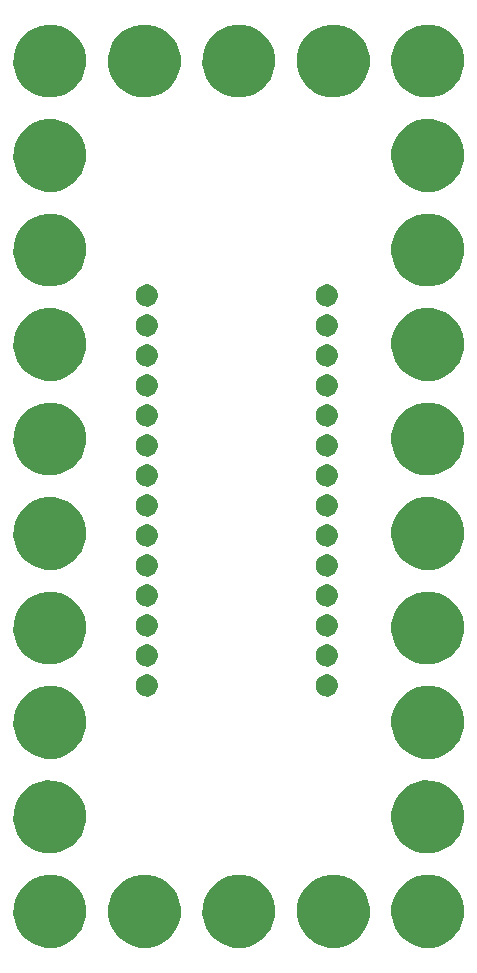
<source format=gbs>
%TF.GenerationSoftware,KiCad,Pcbnew,4.0.7-e2-6376~58~ubuntu16.04.1*%
%TF.CreationDate,2018-05-09T08:02:13-07:00*%
%TF.ProjectId,5x10-Teensy-LC-Breakout,357831302D5465656E73792D4C432D42,v1.4*%
%TF.FileFunction,Soldermask,Bot*%
%FSLAX46Y46*%
G04 Gerber Fmt 4.6, Leading zero omitted, Abs format (unit mm)*
G04 Created by KiCad (PCBNEW 4.0.7-e2-6376~58~ubuntu16.04.1) date Wed May  9 08:02:13 2018*
%MOMM*%
%LPD*%
G01*
G04 APERTURE LIST*
%ADD10C,0.350000*%
G04 APERTURE END LIST*
D10*
G36*
X40137070Y-131505207D02*
X40728015Y-131626511D01*
X41284158Y-131860292D01*
X41784294Y-132197638D01*
X42209381Y-132625703D01*
X42543226Y-133128181D01*
X42773116Y-133685936D01*
X42890224Y-134277374D01*
X42890224Y-134277384D01*
X42890291Y-134277723D01*
X42880670Y-134966776D01*
X42880593Y-134967114D01*
X42880593Y-134967122D01*
X42747017Y-135555061D01*
X42501645Y-136106176D01*
X42153897Y-136599138D01*
X41717022Y-137015169D01*
X41207660Y-137338421D01*
X40645214Y-137556579D01*
X40051107Y-137661336D01*
X39447963Y-137648702D01*
X38858760Y-137519157D01*
X38305942Y-137277637D01*
X37810567Y-136933342D01*
X37391497Y-136499383D01*
X37064698Y-135992290D01*
X36842616Y-135431374D01*
X36733715Y-134838018D01*
X36742137Y-134234801D01*
X36867566Y-133644707D01*
X37105219Y-133090218D01*
X37446051Y-132592448D01*
X37877072Y-132170360D01*
X38381873Y-131840028D01*
X38941219Y-131614037D01*
X39533805Y-131500996D01*
X40137070Y-131505207D01*
X40137070Y-131505207D01*
G37*
G36*
X32137070Y-131505207D02*
X32728015Y-131626511D01*
X33284158Y-131860292D01*
X33784294Y-132197638D01*
X34209381Y-132625703D01*
X34543226Y-133128181D01*
X34773116Y-133685936D01*
X34890224Y-134277374D01*
X34890224Y-134277384D01*
X34890291Y-134277723D01*
X34880670Y-134966776D01*
X34880593Y-134967114D01*
X34880593Y-134967122D01*
X34747017Y-135555061D01*
X34501645Y-136106176D01*
X34153897Y-136599138D01*
X33717022Y-137015169D01*
X33207660Y-137338421D01*
X32645214Y-137556579D01*
X32051107Y-137661336D01*
X31447963Y-137648702D01*
X30858760Y-137519157D01*
X30305942Y-137277637D01*
X29810567Y-136933342D01*
X29391497Y-136499383D01*
X29064698Y-135992290D01*
X28842616Y-135431374D01*
X28733715Y-134838018D01*
X28742137Y-134234801D01*
X28867566Y-133644707D01*
X29105219Y-133090218D01*
X29446051Y-132592448D01*
X29877072Y-132170360D01*
X30381873Y-131840028D01*
X30941219Y-131614037D01*
X31533805Y-131500996D01*
X32137070Y-131505207D01*
X32137070Y-131505207D01*
G37*
G36*
X24138070Y-131505207D02*
X24729015Y-131626511D01*
X25285158Y-131860292D01*
X25785294Y-132197638D01*
X26210381Y-132625703D01*
X26544226Y-133128181D01*
X26774116Y-133685936D01*
X26891224Y-134277374D01*
X26891224Y-134277384D01*
X26891291Y-134277723D01*
X26881670Y-134966776D01*
X26881593Y-134967114D01*
X26881593Y-134967122D01*
X26748017Y-135555061D01*
X26502645Y-136106176D01*
X26154897Y-136599138D01*
X25718022Y-137015169D01*
X25208660Y-137338421D01*
X24646214Y-137556579D01*
X24052107Y-137661336D01*
X23448963Y-137648702D01*
X22859760Y-137519157D01*
X22306942Y-137277637D01*
X21811567Y-136933342D01*
X21392497Y-136499383D01*
X21065698Y-135992290D01*
X20843616Y-135431374D01*
X20734715Y-134838018D01*
X20743137Y-134234801D01*
X20868566Y-133644707D01*
X21106219Y-133090218D01*
X21447051Y-132592448D01*
X21878072Y-132170360D01*
X22382873Y-131840028D01*
X22942219Y-131614037D01*
X23534805Y-131500996D01*
X24138070Y-131505207D01*
X24138070Y-131505207D01*
G37*
G36*
X48137070Y-131505207D02*
X48728015Y-131626511D01*
X49284158Y-131860292D01*
X49784294Y-132197638D01*
X50209381Y-132625703D01*
X50543226Y-133128181D01*
X50773116Y-133685936D01*
X50890224Y-134277374D01*
X50890224Y-134277384D01*
X50890291Y-134277723D01*
X50880670Y-134966776D01*
X50880593Y-134967114D01*
X50880593Y-134967122D01*
X50747017Y-135555061D01*
X50501645Y-136106176D01*
X50153897Y-136599138D01*
X49717022Y-137015169D01*
X49207660Y-137338421D01*
X48645214Y-137556579D01*
X48051107Y-137661336D01*
X47447963Y-137648702D01*
X46858760Y-137519157D01*
X46305942Y-137277637D01*
X45810567Y-136933342D01*
X45391497Y-136499383D01*
X45064698Y-135992290D01*
X44842616Y-135431374D01*
X44733715Y-134838018D01*
X44742137Y-134234801D01*
X44867566Y-133644707D01*
X45105219Y-133090218D01*
X45446051Y-132592448D01*
X45877072Y-132170360D01*
X46381873Y-131840028D01*
X46941219Y-131614037D01*
X47533805Y-131500996D01*
X48137070Y-131505207D01*
X48137070Y-131505207D01*
G37*
G36*
X56137070Y-131505207D02*
X56728015Y-131626511D01*
X57284158Y-131860292D01*
X57784294Y-132197638D01*
X58209381Y-132625703D01*
X58543226Y-133128181D01*
X58773116Y-133685936D01*
X58890224Y-134277374D01*
X58890224Y-134277384D01*
X58890291Y-134277723D01*
X58880670Y-134966776D01*
X58880593Y-134967114D01*
X58880593Y-134967122D01*
X58747017Y-135555061D01*
X58501645Y-136106176D01*
X58153897Y-136599138D01*
X57717022Y-137015169D01*
X57207660Y-137338421D01*
X56645214Y-137556579D01*
X56051107Y-137661336D01*
X55447963Y-137648702D01*
X54858760Y-137519157D01*
X54305942Y-137277637D01*
X53810567Y-136933342D01*
X53391497Y-136499383D01*
X53064698Y-135992290D01*
X52842616Y-135431374D01*
X52733715Y-134838018D01*
X52742137Y-134234801D01*
X52867566Y-133644707D01*
X53105219Y-133090218D01*
X53446051Y-132592448D01*
X53877072Y-132170360D01*
X54381873Y-131840028D01*
X54941219Y-131614037D01*
X55533805Y-131500996D01*
X56137070Y-131505207D01*
X56137070Y-131505207D01*
G37*
G36*
X24138070Y-123505207D02*
X24729015Y-123626511D01*
X25285158Y-123860292D01*
X25785294Y-124197638D01*
X26210381Y-124625703D01*
X26544226Y-125128181D01*
X26774116Y-125685936D01*
X26891224Y-126277374D01*
X26891224Y-126277384D01*
X26891291Y-126277723D01*
X26881670Y-126966776D01*
X26881593Y-126967114D01*
X26881593Y-126967122D01*
X26748017Y-127555061D01*
X26502645Y-128106176D01*
X26154897Y-128599138D01*
X25718022Y-129015169D01*
X25208660Y-129338421D01*
X24646214Y-129556579D01*
X24052107Y-129661336D01*
X23448963Y-129648702D01*
X22859760Y-129519157D01*
X22306942Y-129277637D01*
X21811567Y-128933342D01*
X21392497Y-128499383D01*
X21065698Y-127992290D01*
X20843616Y-127431374D01*
X20734715Y-126838018D01*
X20743137Y-126234801D01*
X20868566Y-125644707D01*
X21106219Y-125090218D01*
X21447051Y-124592448D01*
X21878072Y-124170360D01*
X22382873Y-123840028D01*
X22942219Y-123614037D01*
X23534805Y-123500996D01*
X24138070Y-123505207D01*
X24138070Y-123505207D01*
G37*
G36*
X56137070Y-123505207D02*
X56728015Y-123626511D01*
X57284158Y-123860292D01*
X57784294Y-124197638D01*
X58209381Y-124625703D01*
X58543226Y-125128181D01*
X58773116Y-125685936D01*
X58890224Y-126277374D01*
X58890224Y-126277384D01*
X58890291Y-126277723D01*
X58880670Y-126966776D01*
X58880593Y-126967114D01*
X58880593Y-126967122D01*
X58747017Y-127555061D01*
X58501645Y-128106176D01*
X58153897Y-128599138D01*
X57717022Y-129015169D01*
X57207660Y-129338421D01*
X56645214Y-129556579D01*
X56051107Y-129661336D01*
X55447963Y-129648702D01*
X54858760Y-129519157D01*
X54305942Y-129277637D01*
X53810567Y-128933342D01*
X53391497Y-128499383D01*
X53064698Y-127992290D01*
X52842616Y-127431374D01*
X52733715Y-126838018D01*
X52742137Y-126234801D01*
X52867566Y-125644707D01*
X53105219Y-125090218D01*
X53446051Y-124592448D01*
X53877072Y-124170360D01*
X54381873Y-123840028D01*
X54941219Y-123614037D01*
X55533805Y-123500996D01*
X56137070Y-123505207D01*
X56137070Y-123505207D01*
G37*
G36*
X24138070Y-115505207D02*
X24729015Y-115626511D01*
X25285158Y-115860292D01*
X25785294Y-116197638D01*
X26210381Y-116625703D01*
X26544226Y-117128181D01*
X26774116Y-117685936D01*
X26891224Y-118277374D01*
X26891224Y-118277384D01*
X26891291Y-118277723D01*
X26881670Y-118966776D01*
X26881593Y-118967114D01*
X26881593Y-118967122D01*
X26748017Y-119555061D01*
X26502645Y-120106176D01*
X26154897Y-120599138D01*
X25718022Y-121015169D01*
X25208660Y-121338421D01*
X24646214Y-121556579D01*
X24052107Y-121661336D01*
X23448963Y-121648702D01*
X22859760Y-121519157D01*
X22306942Y-121277637D01*
X21811567Y-120933342D01*
X21392497Y-120499383D01*
X21065698Y-119992290D01*
X20843616Y-119431374D01*
X20734715Y-118838018D01*
X20743137Y-118234801D01*
X20868566Y-117644707D01*
X21106219Y-117090218D01*
X21447051Y-116592448D01*
X21878072Y-116170360D01*
X22382873Y-115840028D01*
X22942219Y-115614037D01*
X23534805Y-115500996D01*
X24138070Y-115505207D01*
X24138070Y-115505207D01*
G37*
G36*
X56137070Y-115505207D02*
X56728015Y-115626511D01*
X57284158Y-115860292D01*
X57784294Y-116197638D01*
X58209381Y-116625703D01*
X58543226Y-117128181D01*
X58773116Y-117685936D01*
X58890224Y-118277374D01*
X58890224Y-118277384D01*
X58890291Y-118277723D01*
X58880670Y-118966776D01*
X58880593Y-118967114D01*
X58880593Y-118967122D01*
X58747017Y-119555061D01*
X58501645Y-120106176D01*
X58153897Y-120599138D01*
X57717022Y-121015169D01*
X57207660Y-121338421D01*
X56645214Y-121556579D01*
X56051107Y-121661336D01*
X55447963Y-121648702D01*
X54858760Y-121519157D01*
X54305942Y-121277637D01*
X53810567Y-120933342D01*
X53391497Y-120499383D01*
X53064698Y-119992290D01*
X52842616Y-119431374D01*
X52733715Y-118838018D01*
X52742137Y-118234801D01*
X52867566Y-117644707D01*
X53105219Y-117090218D01*
X53446051Y-116592448D01*
X53877072Y-116170360D01*
X54381873Y-115840028D01*
X54941219Y-115614037D01*
X55533805Y-115500996D01*
X56137070Y-115505207D01*
X56137070Y-115505207D01*
G37*
G36*
X47359675Y-114510684D02*
X47540208Y-114547743D01*
X47710118Y-114619166D01*
X47862909Y-114722226D01*
X47992781Y-114853006D01*
X48094770Y-115006513D01*
X48165003Y-115176911D01*
X48200732Y-115357359D01*
X48200732Y-115357364D01*
X48200800Y-115357708D01*
X48197861Y-115568218D01*
X48197784Y-115568556D01*
X48197784Y-115568566D01*
X48157030Y-115747946D01*
X48082068Y-115916312D01*
X47975828Y-116066916D01*
X47842359Y-116194017D01*
X47686744Y-116292774D01*
X47514914Y-116359422D01*
X47333412Y-116391426D01*
X47149146Y-116387566D01*
X46969139Y-116347989D01*
X46800248Y-116274203D01*
X46648910Y-116169020D01*
X46520881Y-116036442D01*
X46421041Y-115881521D01*
X46353192Y-115710153D01*
X46319923Y-115528883D01*
X46322495Y-115344596D01*
X46360816Y-115164316D01*
X46433419Y-114994917D01*
X46537547Y-114842844D01*
X46669226Y-114713893D01*
X46823447Y-114612974D01*
X46994332Y-114543932D01*
X47175369Y-114509398D01*
X47359675Y-114510684D01*
X47359675Y-114510684D01*
G37*
G36*
X32119675Y-114510684D02*
X32300208Y-114547743D01*
X32470118Y-114619166D01*
X32622909Y-114722226D01*
X32752781Y-114853006D01*
X32854770Y-115006513D01*
X32925003Y-115176911D01*
X32960732Y-115357359D01*
X32960732Y-115357364D01*
X32960800Y-115357708D01*
X32957861Y-115568218D01*
X32957784Y-115568556D01*
X32957784Y-115568566D01*
X32917030Y-115747946D01*
X32842068Y-115916312D01*
X32735828Y-116066916D01*
X32602359Y-116194017D01*
X32446744Y-116292774D01*
X32274914Y-116359422D01*
X32093412Y-116391426D01*
X31909146Y-116387566D01*
X31729139Y-116347989D01*
X31560248Y-116274203D01*
X31408910Y-116169020D01*
X31280881Y-116036442D01*
X31181041Y-115881521D01*
X31113192Y-115710153D01*
X31079923Y-115528883D01*
X31082495Y-115344596D01*
X31120816Y-115164316D01*
X31193419Y-114994917D01*
X31297547Y-114842844D01*
X31429226Y-114713893D01*
X31583447Y-114612974D01*
X31754332Y-114543932D01*
X31935369Y-114509398D01*
X32119675Y-114510684D01*
X32119675Y-114510684D01*
G37*
G36*
X32119675Y-111970684D02*
X32300208Y-112007743D01*
X32470118Y-112079166D01*
X32622909Y-112182226D01*
X32752781Y-112313006D01*
X32854770Y-112466513D01*
X32925003Y-112636911D01*
X32960732Y-112817359D01*
X32960732Y-112817364D01*
X32960800Y-112817708D01*
X32957861Y-113028218D01*
X32957784Y-113028556D01*
X32957784Y-113028566D01*
X32917030Y-113207946D01*
X32842068Y-113376312D01*
X32735828Y-113526916D01*
X32602359Y-113654017D01*
X32446744Y-113752774D01*
X32274914Y-113819422D01*
X32093412Y-113851426D01*
X31909146Y-113847566D01*
X31729139Y-113807989D01*
X31560248Y-113734203D01*
X31408910Y-113629020D01*
X31280881Y-113496442D01*
X31181041Y-113341521D01*
X31113192Y-113170153D01*
X31079923Y-112988883D01*
X31082495Y-112804596D01*
X31120816Y-112624316D01*
X31193419Y-112454917D01*
X31297547Y-112302844D01*
X31429226Y-112173893D01*
X31583447Y-112072974D01*
X31754332Y-112003932D01*
X31935369Y-111969398D01*
X32119675Y-111970684D01*
X32119675Y-111970684D01*
G37*
G36*
X47359675Y-111970684D02*
X47540208Y-112007743D01*
X47710118Y-112079166D01*
X47862909Y-112182226D01*
X47992781Y-112313006D01*
X48094770Y-112466513D01*
X48165003Y-112636911D01*
X48200732Y-112817359D01*
X48200732Y-112817364D01*
X48200800Y-112817708D01*
X48197861Y-113028218D01*
X48197784Y-113028556D01*
X48197784Y-113028566D01*
X48157030Y-113207946D01*
X48082068Y-113376312D01*
X47975828Y-113526916D01*
X47842359Y-113654017D01*
X47686744Y-113752774D01*
X47514914Y-113819422D01*
X47333412Y-113851426D01*
X47149146Y-113847566D01*
X46969139Y-113807989D01*
X46800248Y-113734203D01*
X46648910Y-113629020D01*
X46520881Y-113496442D01*
X46421041Y-113341521D01*
X46353192Y-113170153D01*
X46319923Y-112988883D01*
X46322495Y-112804596D01*
X46360816Y-112624316D01*
X46433419Y-112454917D01*
X46537547Y-112302844D01*
X46669226Y-112173893D01*
X46823447Y-112072974D01*
X46994332Y-112003932D01*
X47175369Y-111969398D01*
X47359675Y-111970684D01*
X47359675Y-111970684D01*
G37*
G36*
X24138070Y-107505207D02*
X24729015Y-107626511D01*
X25285158Y-107860292D01*
X25785294Y-108197638D01*
X26210381Y-108625703D01*
X26544226Y-109128181D01*
X26774116Y-109685936D01*
X26891224Y-110277374D01*
X26891224Y-110277384D01*
X26891291Y-110277723D01*
X26881670Y-110966776D01*
X26881593Y-110967114D01*
X26881593Y-110967122D01*
X26748017Y-111555061D01*
X26502645Y-112106176D01*
X26154897Y-112599138D01*
X25718022Y-113015169D01*
X25208660Y-113338421D01*
X24646214Y-113556579D01*
X24052107Y-113661336D01*
X23448963Y-113648702D01*
X22859760Y-113519157D01*
X22306942Y-113277637D01*
X21811567Y-112933342D01*
X21392497Y-112499383D01*
X21065698Y-111992290D01*
X20843616Y-111431374D01*
X20734715Y-110838018D01*
X20743137Y-110234801D01*
X20868566Y-109644707D01*
X21106219Y-109090218D01*
X21447051Y-108592448D01*
X21878072Y-108170360D01*
X22382873Y-107840028D01*
X22942219Y-107614037D01*
X23534805Y-107500996D01*
X24138070Y-107505207D01*
X24138070Y-107505207D01*
G37*
G36*
X56137070Y-107505207D02*
X56728015Y-107626511D01*
X57284158Y-107860292D01*
X57784294Y-108197638D01*
X58209381Y-108625703D01*
X58543226Y-109128181D01*
X58773116Y-109685936D01*
X58890224Y-110277374D01*
X58890224Y-110277384D01*
X58890291Y-110277723D01*
X58880670Y-110966776D01*
X58880593Y-110967114D01*
X58880593Y-110967122D01*
X58747017Y-111555061D01*
X58501645Y-112106176D01*
X58153897Y-112599138D01*
X57717022Y-113015169D01*
X57207660Y-113338421D01*
X56645214Y-113556579D01*
X56051107Y-113661336D01*
X55447963Y-113648702D01*
X54858760Y-113519157D01*
X54305942Y-113277637D01*
X53810567Y-112933342D01*
X53391497Y-112499383D01*
X53064698Y-111992290D01*
X52842616Y-111431374D01*
X52733715Y-110838018D01*
X52742137Y-110234801D01*
X52867566Y-109644707D01*
X53105219Y-109090218D01*
X53446051Y-108592448D01*
X53877072Y-108170360D01*
X54381873Y-107840028D01*
X54941219Y-107614037D01*
X55533805Y-107500996D01*
X56137070Y-107505207D01*
X56137070Y-107505207D01*
G37*
G36*
X32119675Y-109430684D02*
X32300208Y-109467743D01*
X32470118Y-109539166D01*
X32622909Y-109642226D01*
X32752781Y-109773006D01*
X32854770Y-109926513D01*
X32925003Y-110096911D01*
X32960732Y-110277359D01*
X32960732Y-110277364D01*
X32960800Y-110277708D01*
X32957861Y-110488218D01*
X32957784Y-110488556D01*
X32957784Y-110488566D01*
X32917030Y-110667946D01*
X32842068Y-110836312D01*
X32735828Y-110986916D01*
X32602359Y-111114017D01*
X32446744Y-111212774D01*
X32274914Y-111279422D01*
X32093412Y-111311426D01*
X31909146Y-111307566D01*
X31729139Y-111267989D01*
X31560248Y-111194203D01*
X31408910Y-111089020D01*
X31280881Y-110956442D01*
X31181041Y-110801521D01*
X31113192Y-110630153D01*
X31079923Y-110448883D01*
X31082495Y-110264596D01*
X31120816Y-110084316D01*
X31193419Y-109914917D01*
X31297547Y-109762844D01*
X31429226Y-109633893D01*
X31583447Y-109532974D01*
X31754332Y-109463932D01*
X31935369Y-109429398D01*
X32119675Y-109430684D01*
X32119675Y-109430684D01*
G37*
G36*
X47359675Y-109430684D02*
X47540208Y-109467743D01*
X47710118Y-109539166D01*
X47862909Y-109642226D01*
X47992781Y-109773006D01*
X48094770Y-109926513D01*
X48165003Y-110096911D01*
X48200732Y-110277359D01*
X48200732Y-110277364D01*
X48200800Y-110277708D01*
X48197861Y-110488218D01*
X48197784Y-110488556D01*
X48197784Y-110488566D01*
X48157030Y-110667946D01*
X48082068Y-110836312D01*
X47975828Y-110986916D01*
X47842359Y-111114017D01*
X47686744Y-111212774D01*
X47514914Y-111279422D01*
X47333412Y-111311426D01*
X47149146Y-111307566D01*
X46969139Y-111267989D01*
X46800248Y-111194203D01*
X46648910Y-111089020D01*
X46520881Y-110956442D01*
X46421041Y-110801521D01*
X46353192Y-110630153D01*
X46319923Y-110448883D01*
X46322495Y-110264596D01*
X46360816Y-110084316D01*
X46433419Y-109914917D01*
X46537547Y-109762844D01*
X46669226Y-109633893D01*
X46823447Y-109532974D01*
X46994332Y-109463932D01*
X47175369Y-109429398D01*
X47359675Y-109430684D01*
X47359675Y-109430684D01*
G37*
G36*
X32119675Y-106890684D02*
X32300208Y-106927743D01*
X32470118Y-106999166D01*
X32622909Y-107102226D01*
X32752781Y-107233006D01*
X32854770Y-107386513D01*
X32925003Y-107556911D01*
X32960732Y-107737359D01*
X32960732Y-107737364D01*
X32960800Y-107737708D01*
X32957861Y-107948218D01*
X32957784Y-107948556D01*
X32957784Y-107948566D01*
X32917030Y-108127946D01*
X32842068Y-108296312D01*
X32735828Y-108446916D01*
X32602359Y-108574017D01*
X32446744Y-108672774D01*
X32274914Y-108739422D01*
X32093412Y-108771426D01*
X31909146Y-108767566D01*
X31729139Y-108727989D01*
X31560248Y-108654203D01*
X31408910Y-108549020D01*
X31280881Y-108416442D01*
X31181041Y-108261521D01*
X31113192Y-108090153D01*
X31079923Y-107908883D01*
X31082495Y-107724596D01*
X31120816Y-107544316D01*
X31193419Y-107374917D01*
X31297547Y-107222844D01*
X31429226Y-107093893D01*
X31583447Y-106992974D01*
X31754332Y-106923932D01*
X31935369Y-106889398D01*
X32119675Y-106890684D01*
X32119675Y-106890684D01*
G37*
G36*
X47359675Y-106890684D02*
X47540208Y-106927743D01*
X47710118Y-106999166D01*
X47862909Y-107102226D01*
X47992781Y-107233006D01*
X48094770Y-107386513D01*
X48165003Y-107556911D01*
X48200732Y-107737359D01*
X48200732Y-107737364D01*
X48200800Y-107737708D01*
X48197861Y-107948218D01*
X48197784Y-107948556D01*
X48197784Y-107948566D01*
X48157030Y-108127946D01*
X48082068Y-108296312D01*
X47975828Y-108446916D01*
X47842359Y-108574017D01*
X47686744Y-108672774D01*
X47514914Y-108739422D01*
X47333412Y-108771426D01*
X47149146Y-108767566D01*
X46969139Y-108727989D01*
X46800248Y-108654203D01*
X46648910Y-108549020D01*
X46520881Y-108416442D01*
X46421041Y-108261521D01*
X46353192Y-108090153D01*
X46319923Y-107908883D01*
X46322495Y-107724596D01*
X46360816Y-107544316D01*
X46433419Y-107374917D01*
X46537547Y-107222844D01*
X46669226Y-107093893D01*
X46823447Y-106992974D01*
X46994332Y-106923932D01*
X47175369Y-106889398D01*
X47359675Y-106890684D01*
X47359675Y-106890684D01*
G37*
G36*
X47359675Y-104350684D02*
X47540208Y-104387743D01*
X47710118Y-104459166D01*
X47862909Y-104562226D01*
X47992781Y-104693006D01*
X48094770Y-104846513D01*
X48165003Y-105016911D01*
X48200732Y-105197359D01*
X48200732Y-105197364D01*
X48200800Y-105197708D01*
X48197861Y-105408218D01*
X48197784Y-105408556D01*
X48197784Y-105408566D01*
X48157030Y-105587946D01*
X48082068Y-105756312D01*
X47975828Y-105906916D01*
X47842359Y-106034017D01*
X47686744Y-106132774D01*
X47514914Y-106199422D01*
X47333412Y-106231426D01*
X47149146Y-106227566D01*
X46969139Y-106187989D01*
X46800248Y-106114203D01*
X46648910Y-106009020D01*
X46520881Y-105876442D01*
X46421041Y-105721521D01*
X46353192Y-105550153D01*
X46319923Y-105368883D01*
X46322495Y-105184596D01*
X46360816Y-105004316D01*
X46433419Y-104834917D01*
X46537547Y-104682844D01*
X46669226Y-104553893D01*
X46823447Y-104452974D01*
X46994332Y-104383932D01*
X47175369Y-104349398D01*
X47359675Y-104350684D01*
X47359675Y-104350684D01*
G37*
G36*
X32119675Y-104350684D02*
X32300208Y-104387743D01*
X32470118Y-104459166D01*
X32622909Y-104562226D01*
X32752781Y-104693006D01*
X32854770Y-104846513D01*
X32925003Y-105016911D01*
X32960732Y-105197359D01*
X32960732Y-105197364D01*
X32960800Y-105197708D01*
X32957861Y-105408218D01*
X32957784Y-105408556D01*
X32957784Y-105408566D01*
X32917030Y-105587946D01*
X32842068Y-105756312D01*
X32735828Y-105906916D01*
X32602359Y-106034017D01*
X32446744Y-106132774D01*
X32274914Y-106199422D01*
X32093412Y-106231426D01*
X31909146Y-106227566D01*
X31729139Y-106187989D01*
X31560248Y-106114203D01*
X31408910Y-106009020D01*
X31280881Y-105876442D01*
X31181041Y-105721521D01*
X31113192Y-105550153D01*
X31079923Y-105368883D01*
X31082495Y-105184596D01*
X31120816Y-105004316D01*
X31193419Y-104834917D01*
X31297547Y-104682844D01*
X31429226Y-104553893D01*
X31583447Y-104452974D01*
X31754332Y-104383932D01*
X31935369Y-104349398D01*
X32119675Y-104350684D01*
X32119675Y-104350684D01*
G37*
G36*
X24138070Y-99505207D02*
X24729015Y-99626511D01*
X25285158Y-99860292D01*
X25785294Y-100197638D01*
X26210381Y-100625703D01*
X26544226Y-101128181D01*
X26774116Y-101685936D01*
X26891224Y-102277374D01*
X26891224Y-102277384D01*
X26891291Y-102277723D01*
X26881670Y-102966776D01*
X26881593Y-102967114D01*
X26881593Y-102967122D01*
X26748017Y-103555061D01*
X26502645Y-104106176D01*
X26154897Y-104599138D01*
X25718022Y-105015169D01*
X25208660Y-105338421D01*
X24646214Y-105556579D01*
X24052107Y-105661336D01*
X23448963Y-105648702D01*
X22859760Y-105519157D01*
X22306942Y-105277637D01*
X21811567Y-104933342D01*
X21392497Y-104499383D01*
X21065698Y-103992290D01*
X20843616Y-103431374D01*
X20734715Y-102838018D01*
X20743137Y-102234801D01*
X20868566Y-101644707D01*
X21106219Y-101090218D01*
X21447051Y-100592448D01*
X21878072Y-100170360D01*
X22382873Y-99840028D01*
X22942219Y-99614037D01*
X23534805Y-99500996D01*
X24138070Y-99505207D01*
X24138070Y-99505207D01*
G37*
G36*
X56137070Y-99505207D02*
X56728015Y-99626511D01*
X57284158Y-99860292D01*
X57784294Y-100197638D01*
X58209381Y-100625703D01*
X58543226Y-101128181D01*
X58773116Y-101685936D01*
X58890224Y-102277374D01*
X58890224Y-102277384D01*
X58890291Y-102277723D01*
X58880670Y-102966776D01*
X58880593Y-102967114D01*
X58880593Y-102967122D01*
X58747017Y-103555061D01*
X58501645Y-104106176D01*
X58153897Y-104599138D01*
X57717022Y-105015169D01*
X57207660Y-105338421D01*
X56645214Y-105556579D01*
X56051107Y-105661336D01*
X55447963Y-105648702D01*
X54858760Y-105519157D01*
X54305942Y-105277637D01*
X53810567Y-104933342D01*
X53391497Y-104499383D01*
X53064698Y-103992290D01*
X52842616Y-103431374D01*
X52733715Y-102838018D01*
X52742137Y-102234801D01*
X52867566Y-101644707D01*
X53105219Y-101090218D01*
X53446051Y-100592448D01*
X53877072Y-100170360D01*
X54381873Y-99840028D01*
X54941219Y-99614037D01*
X55533805Y-99500996D01*
X56137070Y-99505207D01*
X56137070Y-99505207D01*
G37*
G36*
X47359675Y-101810684D02*
X47540208Y-101847743D01*
X47710118Y-101919166D01*
X47862909Y-102022226D01*
X47992781Y-102153006D01*
X48094770Y-102306513D01*
X48165003Y-102476911D01*
X48200732Y-102657359D01*
X48200732Y-102657364D01*
X48200800Y-102657708D01*
X48197861Y-102868218D01*
X48197784Y-102868556D01*
X48197784Y-102868566D01*
X48157030Y-103047946D01*
X48082068Y-103216312D01*
X47975828Y-103366916D01*
X47842359Y-103494017D01*
X47686744Y-103592774D01*
X47514914Y-103659422D01*
X47333412Y-103691426D01*
X47149146Y-103687566D01*
X46969139Y-103647989D01*
X46800248Y-103574203D01*
X46648910Y-103469020D01*
X46520881Y-103336442D01*
X46421041Y-103181521D01*
X46353192Y-103010153D01*
X46319923Y-102828883D01*
X46322495Y-102644596D01*
X46360816Y-102464316D01*
X46433419Y-102294917D01*
X46537547Y-102142844D01*
X46669226Y-102013893D01*
X46823447Y-101912974D01*
X46994332Y-101843932D01*
X47175369Y-101809398D01*
X47359675Y-101810684D01*
X47359675Y-101810684D01*
G37*
G36*
X32119675Y-101810684D02*
X32300208Y-101847743D01*
X32470118Y-101919166D01*
X32622909Y-102022226D01*
X32752781Y-102153006D01*
X32854770Y-102306513D01*
X32925003Y-102476911D01*
X32960732Y-102657359D01*
X32960732Y-102657364D01*
X32960800Y-102657708D01*
X32957861Y-102868218D01*
X32957784Y-102868556D01*
X32957784Y-102868566D01*
X32917030Y-103047946D01*
X32842068Y-103216312D01*
X32735828Y-103366916D01*
X32602359Y-103494017D01*
X32446744Y-103592774D01*
X32274914Y-103659422D01*
X32093412Y-103691426D01*
X31909146Y-103687566D01*
X31729139Y-103647989D01*
X31560248Y-103574203D01*
X31408910Y-103469020D01*
X31280881Y-103336442D01*
X31181041Y-103181521D01*
X31113192Y-103010153D01*
X31079923Y-102828883D01*
X31082495Y-102644596D01*
X31120816Y-102464316D01*
X31193419Y-102294917D01*
X31297547Y-102142844D01*
X31429226Y-102013893D01*
X31583447Y-101912974D01*
X31754332Y-101843932D01*
X31935369Y-101809398D01*
X32119675Y-101810684D01*
X32119675Y-101810684D01*
G37*
G36*
X32119675Y-99270684D02*
X32300208Y-99307743D01*
X32470118Y-99379166D01*
X32622909Y-99482226D01*
X32752781Y-99613006D01*
X32854770Y-99766513D01*
X32925003Y-99936911D01*
X32960732Y-100117359D01*
X32960732Y-100117364D01*
X32960800Y-100117708D01*
X32957861Y-100328218D01*
X32957784Y-100328556D01*
X32957784Y-100328566D01*
X32917030Y-100507946D01*
X32842068Y-100676312D01*
X32735828Y-100826916D01*
X32602359Y-100954017D01*
X32446744Y-101052774D01*
X32274914Y-101119422D01*
X32093412Y-101151426D01*
X31909146Y-101147566D01*
X31729139Y-101107989D01*
X31560248Y-101034203D01*
X31408910Y-100929020D01*
X31280881Y-100796442D01*
X31181041Y-100641521D01*
X31113192Y-100470153D01*
X31079923Y-100288883D01*
X31082495Y-100104596D01*
X31120816Y-99924316D01*
X31193419Y-99754917D01*
X31297547Y-99602844D01*
X31429226Y-99473893D01*
X31583447Y-99372974D01*
X31754332Y-99303932D01*
X31935369Y-99269398D01*
X32119675Y-99270684D01*
X32119675Y-99270684D01*
G37*
G36*
X47359675Y-99270684D02*
X47540208Y-99307743D01*
X47710118Y-99379166D01*
X47862909Y-99482226D01*
X47992781Y-99613006D01*
X48094770Y-99766513D01*
X48165003Y-99936911D01*
X48200732Y-100117359D01*
X48200732Y-100117364D01*
X48200800Y-100117708D01*
X48197861Y-100328218D01*
X48197784Y-100328556D01*
X48197784Y-100328566D01*
X48157030Y-100507946D01*
X48082068Y-100676312D01*
X47975828Y-100826916D01*
X47842359Y-100954017D01*
X47686744Y-101052774D01*
X47514914Y-101119422D01*
X47333412Y-101151426D01*
X47149146Y-101147566D01*
X46969139Y-101107989D01*
X46800248Y-101034203D01*
X46648910Y-100929020D01*
X46520881Y-100796442D01*
X46421041Y-100641521D01*
X46353192Y-100470153D01*
X46319923Y-100288883D01*
X46322495Y-100104596D01*
X46360816Y-99924316D01*
X46433419Y-99754917D01*
X46537547Y-99602844D01*
X46669226Y-99473893D01*
X46823447Y-99372974D01*
X46994332Y-99303932D01*
X47175369Y-99269398D01*
X47359675Y-99270684D01*
X47359675Y-99270684D01*
G37*
G36*
X32119675Y-96730684D02*
X32300208Y-96767743D01*
X32470118Y-96839166D01*
X32622909Y-96942226D01*
X32752781Y-97073006D01*
X32854770Y-97226513D01*
X32925003Y-97396911D01*
X32960732Y-97577359D01*
X32960732Y-97577364D01*
X32960800Y-97577708D01*
X32957861Y-97788218D01*
X32957784Y-97788556D01*
X32957784Y-97788566D01*
X32917030Y-97967946D01*
X32842068Y-98136312D01*
X32735828Y-98286916D01*
X32602359Y-98414017D01*
X32446744Y-98512774D01*
X32274914Y-98579422D01*
X32093412Y-98611426D01*
X31909146Y-98607566D01*
X31729139Y-98567989D01*
X31560248Y-98494203D01*
X31408910Y-98389020D01*
X31280881Y-98256442D01*
X31181041Y-98101521D01*
X31113192Y-97930153D01*
X31079923Y-97748883D01*
X31082495Y-97564596D01*
X31120816Y-97384316D01*
X31193419Y-97214917D01*
X31297547Y-97062844D01*
X31429226Y-96933893D01*
X31583447Y-96832974D01*
X31754332Y-96763932D01*
X31935369Y-96729398D01*
X32119675Y-96730684D01*
X32119675Y-96730684D01*
G37*
G36*
X47359675Y-96730684D02*
X47540208Y-96767743D01*
X47710118Y-96839166D01*
X47862909Y-96942226D01*
X47992781Y-97073006D01*
X48094770Y-97226513D01*
X48165003Y-97396911D01*
X48200732Y-97577359D01*
X48200732Y-97577364D01*
X48200800Y-97577708D01*
X48197861Y-97788218D01*
X48197784Y-97788556D01*
X48197784Y-97788566D01*
X48157030Y-97967946D01*
X48082068Y-98136312D01*
X47975828Y-98286916D01*
X47842359Y-98414017D01*
X47686744Y-98512774D01*
X47514914Y-98579422D01*
X47333412Y-98611426D01*
X47149146Y-98607566D01*
X46969139Y-98567989D01*
X46800248Y-98494203D01*
X46648910Y-98389020D01*
X46520881Y-98256442D01*
X46421041Y-98101521D01*
X46353192Y-97930153D01*
X46319923Y-97748883D01*
X46322495Y-97564596D01*
X46360816Y-97384316D01*
X46433419Y-97214917D01*
X46537547Y-97062844D01*
X46669226Y-96933893D01*
X46823447Y-96832974D01*
X46994332Y-96763932D01*
X47175369Y-96729398D01*
X47359675Y-96730684D01*
X47359675Y-96730684D01*
G37*
G36*
X56137070Y-91505207D02*
X56728015Y-91626511D01*
X57284158Y-91860292D01*
X57784294Y-92197638D01*
X58209381Y-92625703D01*
X58543226Y-93128181D01*
X58773116Y-93685936D01*
X58890224Y-94277374D01*
X58890224Y-94277384D01*
X58890291Y-94277723D01*
X58880670Y-94966776D01*
X58880593Y-94967114D01*
X58880593Y-94967122D01*
X58747017Y-95555061D01*
X58501645Y-96106176D01*
X58153897Y-96599138D01*
X57717022Y-97015169D01*
X57207660Y-97338421D01*
X56645214Y-97556579D01*
X56051107Y-97661336D01*
X55447963Y-97648702D01*
X54858760Y-97519157D01*
X54305942Y-97277637D01*
X53810567Y-96933342D01*
X53391497Y-96499383D01*
X53064698Y-95992290D01*
X52842616Y-95431374D01*
X52733715Y-94838018D01*
X52742137Y-94234801D01*
X52867566Y-93644707D01*
X53105219Y-93090218D01*
X53446051Y-92592448D01*
X53877072Y-92170360D01*
X54381873Y-91840028D01*
X54941219Y-91614037D01*
X55533805Y-91500996D01*
X56137070Y-91505207D01*
X56137070Y-91505207D01*
G37*
G36*
X24137070Y-91505207D02*
X24728015Y-91626511D01*
X25284158Y-91860292D01*
X25784294Y-92197638D01*
X26209381Y-92625703D01*
X26543226Y-93128181D01*
X26773116Y-93685936D01*
X26890224Y-94277374D01*
X26890224Y-94277384D01*
X26890291Y-94277723D01*
X26880670Y-94966776D01*
X26880593Y-94967114D01*
X26880593Y-94967122D01*
X26747017Y-95555061D01*
X26501645Y-96106176D01*
X26153897Y-96599138D01*
X25717022Y-97015169D01*
X25207660Y-97338421D01*
X24645214Y-97556579D01*
X24051107Y-97661336D01*
X23447963Y-97648702D01*
X22858760Y-97519157D01*
X22305942Y-97277637D01*
X21810567Y-96933342D01*
X21391497Y-96499383D01*
X21064698Y-95992290D01*
X20842616Y-95431374D01*
X20733715Y-94838018D01*
X20742137Y-94234801D01*
X20867566Y-93644707D01*
X21105219Y-93090218D01*
X21446051Y-92592448D01*
X21877072Y-92170360D01*
X22381873Y-91840028D01*
X22941219Y-91614037D01*
X23533805Y-91500996D01*
X24137070Y-91505207D01*
X24137070Y-91505207D01*
G37*
G36*
X47359675Y-94190684D02*
X47540208Y-94227743D01*
X47710118Y-94299166D01*
X47862909Y-94402226D01*
X47992781Y-94533006D01*
X48094770Y-94686513D01*
X48165003Y-94856911D01*
X48200732Y-95037359D01*
X48200732Y-95037364D01*
X48200800Y-95037708D01*
X48197861Y-95248218D01*
X48197784Y-95248556D01*
X48197784Y-95248566D01*
X48157030Y-95427946D01*
X48082068Y-95596312D01*
X47975828Y-95746916D01*
X47842359Y-95874017D01*
X47686744Y-95972774D01*
X47514914Y-96039422D01*
X47333412Y-96071426D01*
X47149146Y-96067566D01*
X46969139Y-96027989D01*
X46800248Y-95954203D01*
X46648910Y-95849020D01*
X46520881Y-95716442D01*
X46421041Y-95561521D01*
X46353192Y-95390153D01*
X46319923Y-95208883D01*
X46322495Y-95024596D01*
X46360816Y-94844316D01*
X46433419Y-94674917D01*
X46537547Y-94522844D01*
X46669226Y-94393893D01*
X46823447Y-94292974D01*
X46994332Y-94223932D01*
X47175369Y-94189398D01*
X47359675Y-94190684D01*
X47359675Y-94190684D01*
G37*
G36*
X32119675Y-94190684D02*
X32300208Y-94227743D01*
X32470118Y-94299166D01*
X32622909Y-94402226D01*
X32752781Y-94533006D01*
X32854770Y-94686513D01*
X32925003Y-94856911D01*
X32960732Y-95037359D01*
X32960732Y-95037364D01*
X32960800Y-95037708D01*
X32957861Y-95248218D01*
X32957784Y-95248556D01*
X32957784Y-95248566D01*
X32917030Y-95427946D01*
X32842068Y-95596312D01*
X32735828Y-95746916D01*
X32602359Y-95874017D01*
X32446744Y-95972774D01*
X32274914Y-96039422D01*
X32093412Y-96071426D01*
X31909146Y-96067566D01*
X31729139Y-96027989D01*
X31560248Y-95954203D01*
X31408910Y-95849020D01*
X31280881Y-95716442D01*
X31181041Y-95561521D01*
X31113192Y-95390153D01*
X31079923Y-95208883D01*
X31082495Y-95024596D01*
X31120816Y-94844316D01*
X31193419Y-94674917D01*
X31297547Y-94522844D01*
X31429226Y-94393893D01*
X31583447Y-94292974D01*
X31754332Y-94223932D01*
X31935369Y-94189398D01*
X32119675Y-94190684D01*
X32119675Y-94190684D01*
G37*
G36*
X32119675Y-91650684D02*
X32300208Y-91687743D01*
X32470118Y-91759166D01*
X32622909Y-91862226D01*
X32752781Y-91993006D01*
X32854770Y-92146513D01*
X32925003Y-92316911D01*
X32960732Y-92497359D01*
X32960732Y-92497364D01*
X32960800Y-92497708D01*
X32957861Y-92708218D01*
X32957784Y-92708556D01*
X32957784Y-92708566D01*
X32917030Y-92887946D01*
X32842068Y-93056312D01*
X32735828Y-93206916D01*
X32602359Y-93334017D01*
X32446744Y-93432774D01*
X32274914Y-93499422D01*
X32093412Y-93531426D01*
X31909146Y-93527566D01*
X31729139Y-93487989D01*
X31560248Y-93414203D01*
X31408910Y-93309020D01*
X31280881Y-93176442D01*
X31181041Y-93021521D01*
X31113192Y-92850153D01*
X31079923Y-92668883D01*
X31082495Y-92484596D01*
X31120816Y-92304316D01*
X31193419Y-92134917D01*
X31297547Y-91982844D01*
X31429226Y-91853893D01*
X31583447Y-91752974D01*
X31754332Y-91683932D01*
X31935369Y-91649398D01*
X32119675Y-91650684D01*
X32119675Y-91650684D01*
G37*
G36*
X47359675Y-91650684D02*
X47540208Y-91687743D01*
X47710118Y-91759166D01*
X47862909Y-91862226D01*
X47992781Y-91993006D01*
X48094770Y-92146513D01*
X48165003Y-92316911D01*
X48200732Y-92497359D01*
X48200732Y-92497364D01*
X48200800Y-92497708D01*
X48197861Y-92708218D01*
X48197784Y-92708556D01*
X48197784Y-92708566D01*
X48157030Y-92887946D01*
X48082068Y-93056312D01*
X47975828Y-93206916D01*
X47842359Y-93334017D01*
X47686744Y-93432774D01*
X47514914Y-93499422D01*
X47333412Y-93531426D01*
X47149146Y-93527566D01*
X46969139Y-93487989D01*
X46800248Y-93414203D01*
X46648910Y-93309020D01*
X46520881Y-93176442D01*
X46421041Y-93021521D01*
X46353192Y-92850153D01*
X46319923Y-92668883D01*
X46322495Y-92484596D01*
X46360816Y-92304316D01*
X46433419Y-92134917D01*
X46537547Y-91982844D01*
X46669226Y-91853893D01*
X46823447Y-91752974D01*
X46994332Y-91683932D01*
X47175369Y-91649398D01*
X47359675Y-91650684D01*
X47359675Y-91650684D01*
G37*
G36*
X47359675Y-89110684D02*
X47540208Y-89147743D01*
X47710118Y-89219166D01*
X47862909Y-89322226D01*
X47992781Y-89453006D01*
X48094770Y-89606513D01*
X48165003Y-89776911D01*
X48200732Y-89957359D01*
X48200732Y-89957364D01*
X48200800Y-89957708D01*
X48197861Y-90168218D01*
X48197784Y-90168556D01*
X48197784Y-90168566D01*
X48157030Y-90347946D01*
X48082068Y-90516312D01*
X47975828Y-90666916D01*
X47842359Y-90794017D01*
X47686744Y-90892774D01*
X47514914Y-90959422D01*
X47333412Y-90991426D01*
X47149146Y-90987566D01*
X46969139Y-90947989D01*
X46800248Y-90874203D01*
X46648910Y-90769020D01*
X46520881Y-90636442D01*
X46421041Y-90481521D01*
X46353192Y-90310153D01*
X46319923Y-90128883D01*
X46322495Y-89944596D01*
X46360816Y-89764316D01*
X46433419Y-89594917D01*
X46537547Y-89442844D01*
X46669226Y-89313893D01*
X46823447Y-89212974D01*
X46994332Y-89143932D01*
X47175369Y-89109398D01*
X47359675Y-89110684D01*
X47359675Y-89110684D01*
G37*
G36*
X32119675Y-89110684D02*
X32300208Y-89147743D01*
X32470118Y-89219166D01*
X32622909Y-89322226D01*
X32752781Y-89453006D01*
X32854770Y-89606513D01*
X32925003Y-89776911D01*
X32960732Y-89957359D01*
X32960732Y-89957364D01*
X32960800Y-89957708D01*
X32957861Y-90168218D01*
X32957784Y-90168556D01*
X32957784Y-90168566D01*
X32917030Y-90347946D01*
X32842068Y-90516312D01*
X32735828Y-90666916D01*
X32602359Y-90794017D01*
X32446744Y-90892774D01*
X32274914Y-90959422D01*
X32093412Y-90991426D01*
X31909146Y-90987566D01*
X31729139Y-90947989D01*
X31560248Y-90874203D01*
X31408910Y-90769020D01*
X31280881Y-90636442D01*
X31181041Y-90481521D01*
X31113192Y-90310153D01*
X31079923Y-90128883D01*
X31082495Y-89944596D01*
X31120816Y-89764316D01*
X31193419Y-89594917D01*
X31297547Y-89442844D01*
X31429226Y-89313893D01*
X31583447Y-89212974D01*
X31754332Y-89143932D01*
X31935369Y-89109398D01*
X32119675Y-89110684D01*
X32119675Y-89110684D01*
G37*
G36*
X56137070Y-83505207D02*
X56728015Y-83626511D01*
X57284158Y-83860292D01*
X57784294Y-84197638D01*
X58209381Y-84625703D01*
X58543226Y-85128181D01*
X58773116Y-85685936D01*
X58890224Y-86277374D01*
X58890224Y-86277384D01*
X58890291Y-86277723D01*
X58880670Y-86966776D01*
X58880593Y-86967114D01*
X58880593Y-86967122D01*
X58747017Y-87555061D01*
X58501645Y-88106176D01*
X58153897Y-88599138D01*
X57717022Y-89015169D01*
X57207660Y-89338421D01*
X56645214Y-89556579D01*
X56051107Y-89661336D01*
X55447963Y-89648702D01*
X54858760Y-89519157D01*
X54305942Y-89277637D01*
X53810567Y-88933342D01*
X53391497Y-88499383D01*
X53064698Y-87992290D01*
X52842616Y-87431374D01*
X52733715Y-86838018D01*
X52742137Y-86234801D01*
X52867566Y-85644707D01*
X53105219Y-85090218D01*
X53446051Y-84592448D01*
X53877072Y-84170360D01*
X54381873Y-83840028D01*
X54941219Y-83614037D01*
X55533805Y-83500996D01*
X56137070Y-83505207D01*
X56137070Y-83505207D01*
G37*
G36*
X24138070Y-83505207D02*
X24729015Y-83626511D01*
X25285158Y-83860292D01*
X25785294Y-84197638D01*
X26210381Y-84625703D01*
X26544226Y-85128181D01*
X26774116Y-85685936D01*
X26891224Y-86277374D01*
X26891224Y-86277384D01*
X26891291Y-86277723D01*
X26881670Y-86966776D01*
X26881593Y-86967114D01*
X26881593Y-86967122D01*
X26748017Y-87555061D01*
X26502645Y-88106176D01*
X26154897Y-88599138D01*
X25718022Y-89015169D01*
X25208660Y-89338421D01*
X24646214Y-89556579D01*
X24052107Y-89661336D01*
X23448963Y-89648702D01*
X22859760Y-89519157D01*
X22306942Y-89277637D01*
X21811567Y-88933342D01*
X21392497Y-88499383D01*
X21065698Y-87992290D01*
X20843616Y-87431374D01*
X20734715Y-86838018D01*
X20743137Y-86234801D01*
X20868566Y-85644707D01*
X21106219Y-85090218D01*
X21447051Y-84592448D01*
X21878072Y-84170360D01*
X22382873Y-83840028D01*
X22942219Y-83614037D01*
X23534805Y-83500996D01*
X24138070Y-83505207D01*
X24138070Y-83505207D01*
G37*
G36*
X47359675Y-86570684D02*
X47540208Y-86607743D01*
X47710118Y-86679166D01*
X47862909Y-86782226D01*
X47992781Y-86913006D01*
X48094770Y-87066513D01*
X48165003Y-87236911D01*
X48200732Y-87417359D01*
X48200732Y-87417364D01*
X48200800Y-87417708D01*
X48197861Y-87628218D01*
X48197784Y-87628556D01*
X48197784Y-87628566D01*
X48157030Y-87807946D01*
X48082068Y-87976312D01*
X47975828Y-88126916D01*
X47842359Y-88254017D01*
X47686744Y-88352774D01*
X47514914Y-88419422D01*
X47333412Y-88451426D01*
X47149146Y-88447566D01*
X46969139Y-88407989D01*
X46800248Y-88334203D01*
X46648910Y-88229020D01*
X46520881Y-88096442D01*
X46421041Y-87941521D01*
X46353192Y-87770153D01*
X46319923Y-87588883D01*
X46322495Y-87404596D01*
X46360816Y-87224316D01*
X46433419Y-87054917D01*
X46537547Y-86902844D01*
X46669226Y-86773893D01*
X46823447Y-86672974D01*
X46994332Y-86603932D01*
X47175369Y-86569398D01*
X47359675Y-86570684D01*
X47359675Y-86570684D01*
G37*
G36*
X32119675Y-86570684D02*
X32300208Y-86607743D01*
X32470118Y-86679166D01*
X32622909Y-86782226D01*
X32752781Y-86913006D01*
X32854770Y-87066513D01*
X32925003Y-87236911D01*
X32960732Y-87417359D01*
X32960732Y-87417364D01*
X32960800Y-87417708D01*
X32957861Y-87628218D01*
X32957784Y-87628556D01*
X32957784Y-87628566D01*
X32917030Y-87807946D01*
X32842068Y-87976312D01*
X32735828Y-88126916D01*
X32602359Y-88254017D01*
X32446744Y-88352774D01*
X32274914Y-88419422D01*
X32093412Y-88451426D01*
X31909146Y-88447566D01*
X31729139Y-88407989D01*
X31560248Y-88334203D01*
X31408910Y-88229020D01*
X31280881Y-88096442D01*
X31181041Y-87941521D01*
X31113192Y-87770153D01*
X31079923Y-87588883D01*
X31082495Y-87404596D01*
X31120816Y-87224316D01*
X31193419Y-87054917D01*
X31297547Y-86902844D01*
X31429226Y-86773893D01*
X31583447Y-86672974D01*
X31754332Y-86603932D01*
X31935369Y-86569398D01*
X32119675Y-86570684D01*
X32119675Y-86570684D01*
G37*
G36*
X47359675Y-84030684D02*
X47540208Y-84067743D01*
X47710118Y-84139166D01*
X47862909Y-84242226D01*
X47992781Y-84373006D01*
X48094770Y-84526513D01*
X48165003Y-84696911D01*
X48200732Y-84877359D01*
X48200732Y-84877364D01*
X48200800Y-84877708D01*
X48197861Y-85088218D01*
X48197784Y-85088556D01*
X48197784Y-85088566D01*
X48157030Y-85267946D01*
X48082068Y-85436312D01*
X47975828Y-85586916D01*
X47842359Y-85714017D01*
X47686744Y-85812774D01*
X47514914Y-85879422D01*
X47333412Y-85911426D01*
X47149146Y-85907566D01*
X46969139Y-85867989D01*
X46800248Y-85794203D01*
X46648910Y-85689020D01*
X46520881Y-85556442D01*
X46421041Y-85401521D01*
X46353192Y-85230153D01*
X46319923Y-85048883D01*
X46322495Y-84864596D01*
X46360816Y-84684316D01*
X46433419Y-84514917D01*
X46537547Y-84362844D01*
X46669226Y-84233893D01*
X46823447Y-84132974D01*
X46994332Y-84063932D01*
X47175369Y-84029398D01*
X47359675Y-84030684D01*
X47359675Y-84030684D01*
G37*
G36*
X32119675Y-84030684D02*
X32300208Y-84067743D01*
X32470118Y-84139166D01*
X32622909Y-84242226D01*
X32752781Y-84373006D01*
X32854770Y-84526513D01*
X32925003Y-84696911D01*
X32960732Y-84877359D01*
X32960732Y-84877364D01*
X32960800Y-84877708D01*
X32957861Y-85088218D01*
X32957784Y-85088556D01*
X32957784Y-85088566D01*
X32917030Y-85267946D01*
X32842068Y-85436312D01*
X32735828Y-85586916D01*
X32602359Y-85714017D01*
X32446744Y-85812774D01*
X32274914Y-85879422D01*
X32093412Y-85911426D01*
X31909146Y-85907566D01*
X31729139Y-85867989D01*
X31560248Y-85794203D01*
X31408910Y-85689020D01*
X31280881Y-85556442D01*
X31181041Y-85401521D01*
X31113192Y-85230153D01*
X31079923Y-85048883D01*
X31082495Y-84864596D01*
X31120816Y-84684316D01*
X31193419Y-84514917D01*
X31297547Y-84362844D01*
X31429226Y-84233893D01*
X31583447Y-84132974D01*
X31754332Y-84063932D01*
X31935369Y-84029398D01*
X32119675Y-84030684D01*
X32119675Y-84030684D01*
G37*
G36*
X32119675Y-81490684D02*
X32300208Y-81527743D01*
X32470118Y-81599166D01*
X32622909Y-81702226D01*
X32752781Y-81833006D01*
X32854770Y-81986513D01*
X32925003Y-82156911D01*
X32960732Y-82337359D01*
X32960732Y-82337364D01*
X32960800Y-82337708D01*
X32957861Y-82548218D01*
X32957784Y-82548556D01*
X32957784Y-82548566D01*
X32917030Y-82727946D01*
X32842068Y-82896312D01*
X32735828Y-83046916D01*
X32602359Y-83174017D01*
X32446744Y-83272774D01*
X32274914Y-83339422D01*
X32093412Y-83371426D01*
X31909146Y-83367566D01*
X31729139Y-83327989D01*
X31560248Y-83254203D01*
X31408910Y-83149020D01*
X31280881Y-83016442D01*
X31181041Y-82861521D01*
X31113192Y-82690153D01*
X31079923Y-82508883D01*
X31082495Y-82324596D01*
X31120816Y-82144316D01*
X31193419Y-81974917D01*
X31297547Y-81822844D01*
X31429226Y-81693893D01*
X31583447Y-81592974D01*
X31754332Y-81523932D01*
X31935369Y-81489398D01*
X32119675Y-81490684D01*
X32119675Y-81490684D01*
G37*
G36*
X47359675Y-81490684D02*
X47540208Y-81527743D01*
X47710118Y-81599166D01*
X47862909Y-81702226D01*
X47992781Y-81833006D01*
X48094770Y-81986513D01*
X48165003Y-82156911D01*
X48200732Y-82337359D01*
X48200732Y-82337364D01*
X48200800Y-82337708D01*
X48197861Y-82548218D01*
X48197784Y-82548556D01*
X48197784Y-82548566D01*
X48157030Y-82727946D01*
X48082068Y-82896312D01*
X47975828Y-83046916D01*
X47842359Y-83174017D01*
X47686744Y-83272774D01*
X47514914Y-83339422D01*
X47333412Y-83371426D01*
X47149146Y-83367566D01*
X46969139Y-83327989D01*
X46800248Y-83254203D01*
X46648910Y-83149020D01*
X46520881Y-83016442D01*
X46421041Y-82861521D01*
X46353192Y-82690153D01*
X46319923Y-82508883D01*
X46322495Y-82324596D01*
X46360816Y-82144316D01*
X46433419Y-81974917D01*
X46537547Y-81822844D01*
X46669226Y-81693893D01*
X46823447Y-81592974D01*
X46994332Y-81523932D01*
X47175369Y-81489398D01*
X47359675Y-81490684D01*
X47359675Y-81490684D01*
G37*
G36*
X24137070Y-75505207D02*
X24728015Y-75626511D01*
X25284158Y-75860292D01*
X25784294Y-76197638D01*
X26209381Y-76625703D01*
X26543226Y-77128181D01*
X26773116Y-77685936D01*
X26890224Y-78277374D01*
X26890224Y-78277384D01*
X26890291Y-78277723D01*
X26880670Y-78966776D01*
X26880593Y-78967114D01*
X26880593Y-78967122D01*
X26747017Y-79555061D01*
X26501645Y-80106176D01*
X26153897Y-80599138D01*
X25717022Y-81015169D01*
X25207660Y-81338421D01*
X24645214Y-81556579D01*
X24051107Y-81661336D01*
X23447963Y-81648702D01*
X22858760Y-81519157D01*
X22305942Y-81277637D01*
X21810567Y-80933342D01*
X21391497Y-80499383D01*
X21064698Y-79992290D01*
X20842616Y-79431374D01*
X20733715Y-78838018D01*
X20742137Y-78234801D01*
X20867566Y-77644707D01*
X21105219Y-77090218D01*
X21446051Y-76592448D01*
X21877072Y-76170360D01*
X22381873Y-75840028D01*
X22941219Y-75614037D01*
X23533805Y-75500996D01*
X24137070Y-75505207D01*
X24137070Y-75505207D01*
G37*
G36*
X56137070Y-75505207D02*
X56728015Y-75626511D01*
X57284158Y-75860292D01*
X57784294Y-76197638D01*
X58209381Y-76625703D01*
X58543226Y-77128181D01*
X58773116Y-77685936D01*
X58890224Y-78277374D01*
X58890224Y-78277384D01*
X58890291Y-78277723D01*
X58880670Y-78966776D01*
X58880593Y-78967114D01*
X58880593Y-78967122D01*
X58747017Y-79555061D01*
X58501645Y-80106176D01*
X58153897Y-80599138D01*
X57717022Y-81015169D01*
X57207660Y-81338421D01*
X56645214Y-81556579D01*
X56051107Y-81661336D01*
X55447963Y-81648702D01*
X54858760Y-81519157D01*
X54305942Y-81277637D01*
X53810567Y-80933342D01*
X53391497Y-80499383D01*
X53064698Y-79992290D01*
X52842616Y-79431374D01*
X52733715Y-78838018D01*
X52742137Y-78234801D01*
X52867566Y-77644707D01*
X53105219Y-77090218D01*
X53446051Y-76592448D01*
X53877072Y-76170360D01*
X54381873Y-75840028D01*
X54941219Y-75614037D01*
X55533805Y-75500996D01*
X56137070Y-75505207D01*
X56137070Y-75505207D01*
G37*
G36*
X56137070Y-67505207D02*
X56728015Y-67626511D01*
X57284158Y-67860292D01*
X57784294Y-68197638D01*
X58209381Y-68625703D01*
X58543226Y-69128181D01*
X58773116Y-69685936D01*
X58890224Y-70277374D01*
X58890224Y-70277384D01*
X58890291Y-70277723D01*
X58880670Y-70966776D01*
X58880593Y-70967114D01*
X58880593Y-70967122D01*
X58747017Y-71555061D01*
X58501645Y-72106176D01*
X58153897Y-72599138D01*
X57717022Y-73015169D01*
X57207660Y-73338421D01*
X56645214Y-73556579D01*
X56051107Y-73661336D01*
X55447963Y-73648702D01*
X54858760Y-73519157D01*
X54305942Y-73277637D01*
X53810567Y-72933342D01*
X53391497Y-72499383D01*
X53064698Y-71992290D01*
X52842616Y-71431374D01*
X52733715Y-70838018D01*
X52742137Y-70234801D01*
X52867566Y-69644707D01*
X53105219Y-69090218D01*
X53446051Y-68592448D01*
X53877072Y-68170360D01*
X54381873Y-67840028D01*
X54941219Y-67614037D01*
X55533805Y-67500996D01*
X56137070Y-67505207D01*
X56137070Y-67505207D01*
G37*
G36*
X24137070Y-67505207D02*
X24728015Y-67626511D01*
X25284158Y-67860292D01*
X25784294Y-68197638D01*
X26209381Y-68625703D01*
X26543226Y-69128181D01*
X26773116Y-69685936D01*
X26890224Y-70277374D01*
X26890224Y-70277384D01*
X26890291Y-70277723D01*
X26880670Y-70966776D01*
X26880593Y-70967114D01*
X26880593Y-70967122D01*
X26747017Y-71555061D01*
X26501645Y-72106176D01*
X26153897Y-72599138D01*
X25717022Y-73015169D01*
X25207660Y-73338421D01*
X24645214Y-73556579D01*
X24051107Y-73661336D01*
X23447963Y-73648702D01*
X22858760Y-73519157D01*
X22305942Y-73277637D01*
X21810567Y-72933342D01*
X21391497Y-72499383D01*
X21064698Y-71992290D01*
X20842616Y-71431374D01*
X20733715Y-70838018D01*
X20742137Y-70234801D01*
X20867566Y-69644707D01*
X21105219Y-69090218D01*
X21446051Y-68592448D01*
X21877072Y-68170360D01*
X22381873Y-67840028D01*
X22941219Y-67614037D01*
X23533805Y-67500996D01*
X24137070Y-67505207D01*
X24137070Y-67505207D01*
G37*
G36*
X40137070Y-59505207D02*
X40728015Y-59626511D01*
X41284158Y-59860292D01*
X41784294Y-60197638D01*
X42209381Y-60625703D01*
X42543226Y-61128181D01*
X42773116Y-61685936D01*
X42890224Y-62277374D01*
X42890224Y-62277384D01*
X42890291Y-62277723D01*
X42880670Y-62966776D01*
X42880593Y-62967114D01*
X42880593Y-62967122D01*
X42747017Y-63555061D01*
X42501645Y-64106176D01*
X42153897Y-64599138D01*
X41717022Y-65015169D01*
X41207660Y-65338421D01*
X40645214Y-65556579D01*
X40051107Y-65661336D01*
X39447963Y-65648702D01*
X38858760Y-65519157D01*
X38305942Y-65277637D01*
X37810567Y-64933342D01*
X37391497Y-64499383D01*
X37064698Y-63992290D01*
X36842616Y-63431374D01*
X36733715Y-62838018D01*
X36742137Y-62234801D01*
X36867566Y-61644707D01*
X37105219Y-61090218D01*
X37446051Y-60592448D01*
X37877072Y-60170360D01*
X38381873Y-59840028D01*
X38941219Y-59614037D01*
X39533805Y-59500996D01*
X40137070Y-59505207D01*
X40137070Y-59505207D01*
G37*
G36*
X48137070Y-59505207D02*
X48728015Y-59626511D01*
X49284158Y-59860292D01*
X49784294Y-60197638D01*
X50209381Y-60625703D01*
X50543226Y-61128181D01*
X50773116Y-61685936D01*
X50890224Y-62277374D01*
X50890224Y-62277384D01*
X50890291Y-62277723D01*
X50880670Y-62966776D01*
X50880593Y-62967114D01*
X50880593Y-62967122D01*
X50747017Y-63555061D01*
X50501645Y-64106176D01*
X50153897Y-64599138D01*
X49717022Y-65015169D01*
X49207660Y-65338421D01*
X48645214Y-65556579D01*
X48051107Y-65661336D01*
X47447963Y-65648702D01*
X46858760Y-65519157D01*
X46305942Y-65277637D01*
X45810567Y-64933342D01*
X45391497Y-64499383D01*
X45064698Y-63992290D01*
X44842616Y-63431374D01*
X44733715Y-62838018D01*
X44742137Y-62234801D01*
X44867566Y-61644707D01*
X45105219Y-61090218D01*
X45446051Y-60592448D01*
X45877072Y-60170360D01*
X46381873Y-59840028D01*
X46941219Y-59614037D01*
X47533805Y-59500996D01*
X48137070Y-59505207D01*
X48137070Y-59505207D01*
G37*
G36*
X56137070Y-59505207D02*
X56728015Y-59626511D01*
X57284158Y-59860292D01*
X57784294Y-60197638D01*
X58209381Y-60625703D01*
X58543226Y-61128181D01*
X58773116Y-61685936D01*
X58890224Y-62277374D01*
X58890224Y-62277384D01*
X58890291Y-62277723D01*
X58880670Y-62966776D01*
X58880593Y-62967114D01*
X58880593Y-62967122D01*
X58747017Y-63555061D01*
X58501645Y-64106176D01*
X58153897Y-64599138D01*
X57717022Y-65015169D01*
X57207660Y-65338421D01*
X56645214Y-65556579D01*
X56051107Y-65661336D01*
X55447963Y-65648702D01*
X54858760Y-65519157D01*
X54305942Y-65277637D01*
X53810567Y-64933342D01*
X53391497Y-64499383D01*
X53064698Y-63992290D01*
X52842616Y-63431374D01*
X52733715Y-62838018D01*
X52742137Y-62234801D01*
X52867566Y-61644707D01*
X53105219Y-61090218D01*
X53446051Y-60592448D01*
X53877072Y-60170360D01*
X54381873Y-59840028D01*
X54941219Y-59614037D01*
X55533805Y-59500996D01*
X56137070Y-59505207D01*
X56137070Y-59505207D01*
G37*
G36*
X32137070Y-59505207D02*
X32728015Y-59626511D01*
X33284158Y-59860292D01*
X33784294Y-60197638D01*
X34209381Y-60625703D01*
X34543226Y-61128181D01*
X34773116Y-61685936D01*
X34890224Y-62277374D01*
X34890224Y-62277384D01*
X34890291Y-62277723D01*
X34880670Y-62966776D01*
X34880593Y-62967114D01*
X34880593Y-62967122D01*
X34747017Y-63555061D01*
X34501645Y-64106176D01*
X34153897Y-64599138D01*
X33717022Y-65015169D01*
X33207660Y-65338421D01*
X32645214Y-65556579D01*
X32051107Y-65661336D01*
X31447963Y-65648702D01*
X30858760Y-65519157D01*
X30305942Y-65277637D01*
X29810567Y-64933342D01*
X29391497Y-64499383D01*
X29064698Y-63992290D01*
X28842616Y-63431374D01*
X28733715Y-62838018D01*
X28742137Y-62234801D01*
X28867566Y-61644707D01*
X29105219Y-61090218D01*
X29446051Y-60592448D01*
X29877072Y-60170360D01*
X30381873Y-59840028D01*
X30941219Y-59614037D01*
X31533805Y-59500996D01*
X32137070Y-59505207D01*
X32137070Y-59505207D01*
G37*
G36*
X24138070Y-59505207D02*
X24729015Y-59626511D01*
X25285158Y-59860292D01*
X25785294Y-60197638D01*
X26210381Y-60625703D01*
X26544226Y-61128181D01*
X26774116Y-61685936D01*
X26891224Y-62277374D01*
X26891224Y-62277384D01*
X26891291Y-62277723D01*
X26881670Y-62966776D01*
X26881593Y-62967114D01*
X26881593Y-62967122D01*
X26748017Y-63555061D01*
X26502645Y-64106176D01*
X26154897Y-64599138D01*
X25718022Y-65015169D01*
X25208660Y-65338421D01*
X24646214Y-65556579D01*
X24052107Y-65661336D01*
X23448963Y-65648702D01*
X22859760Y-65519157D01*
X22306942Y-65277637D01*
X21811567Y-64933342D01*
X21392497Y-64499383D01*
X21065698Y-63992290D01*
X20843616Y-63431374D01*
X20734715Y-62838018D01*
X20743137Y-62234801D01*
X20868566Y-61644707D01*
X21106219Y-61090218D01*
X21447051Y-60592448D01*
X21878072Y-60170360D01*
X22382873Y-59840028D01*
X22942219Y-59614037D01*
X23534805Y-59500996D01*
X24138070Y-59505207D01*
X24138070Y-59505207D01*
G37*
M02*

</source>
